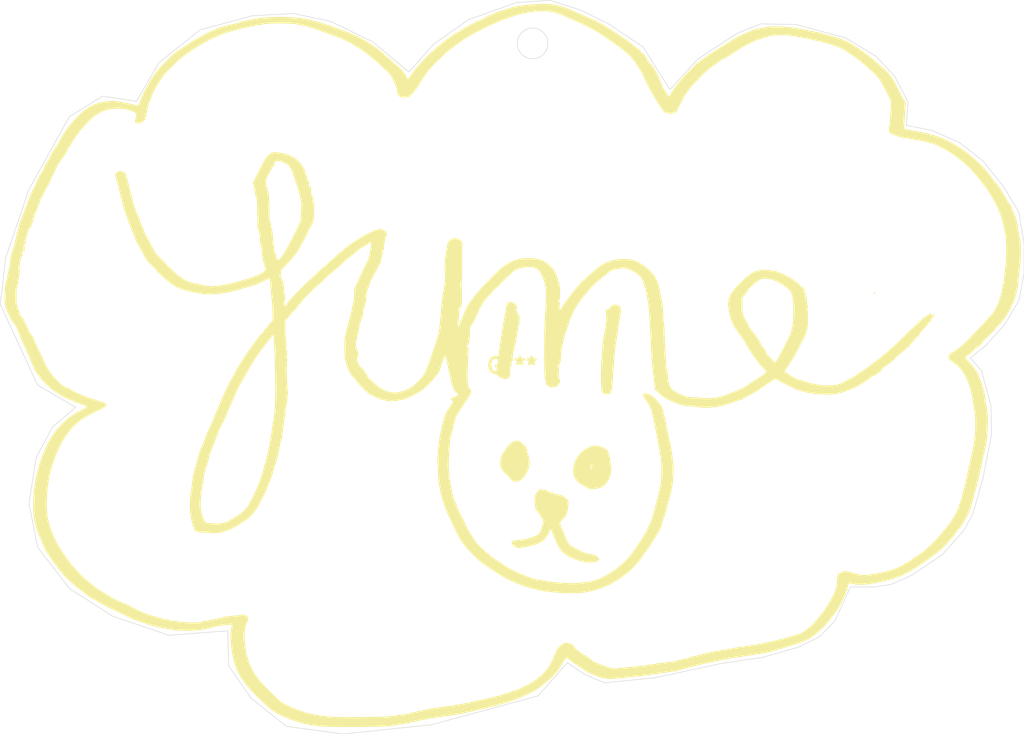
<source format=kicad_pcb>
(kicad_pcb (version 20240108) (generator "pcbnew") (generator_version "8.0")
  (layers (0 "F.Cu" signal) (31 "B.Cu" signal) (34 "B.Paste" user) (35 "F.Paste" user) (36 "B.SilkS" user "B.Silkscreen") (37 "F.SilkS" user "F.Silkscreen") (38 "B.Mask" user) (39 "F.Mask" user) (44 "Edge.Cuts" user))
  (net 0 "")
  (footprint "LOGO" (layer "F.Cu") (at 150 101.5)
    (property "Reference" "G***" (at 0 0 0) (layer "F.SilkS") (effects (font (size 1.5 1.5) (thickness 0.3))))
    (property "Value" "LOGO" (hide yes))
  )
  (gr_circle (center 152 70) (end 153.5 70) (stroke (width 0.05)) (fill none) (layer "Edge.Cuts"))
  (gr_poly (pts (xy 165.43 74.51) (xy 168.13 71.53) (xy 172 69) (xy 174.29 68.09) (xy 177.74 68.15) (xy 182.58 69.46) (xy 185.57 71.28) (xy 187.39 73.24) (xy 188.67 75.74) (xy 188.5 78) (xy 191 78.5) (xy 193.71 79.7) (xy 196 81.5) (xy 198 84) (xy 199.5 86.5) (xy 200 89.5) (xy 200 92.5) (xy 199.51 95.11) (xy 198.12 97.47) (xy 196.25 99.54) (xy 194.75 100.74) (xy 195.84 101.97) (xy 196.78 105.42) (xy 196.81 108.31) (xy 196 112.5) (xy 195 116) (xy 194.12 117.61) (xy 192 120) (xy 189 122) (xy 187.03 122.88) (xy 185.34 123.14) (xy 183.06 123.12) (xy 181.5 126.5) (xy 180 128) (xy 178 129) (xy 174.5 130) (xy 170.15 130.66) (xy 164 132) (xy 159 132.5) (xy 157.01 131.63) (xy 155.4 130.52) (xy 152.54 133.77) (xy 142.16 136.59) (xy 133.5 137.5) (xy 127.96 136.76) (xy 124.5 134) (xy 122.31 130.85) (xy 122.22 127.41) (xy 116.49 127.85) (xy 111 126) (xy 106.74 123.26) (xy 103.65 119.26) (xy 102.81 114.97) (xy 103.5 110.5) (xy 105.13 107.46) (xy 107.37 105.57) (xy 103.65 103.39) (xy 100 95.5) (xy 100.52 91.03) (xy 102.78 84.31) (xy 106.75 77.16) (xy 109.99 75.15) (xy 113.3 75.66) (xy 115.5 71.88) (xy 119.53 68.67) (xy 124.64 67.29) (xy 128.67 67.08) (xy 132.3 67.85) (xy 136.38 69.84) (xy 139.91 72.8) (xy 142.34 70.06) (xy 145.73 67.68) (xy 150.42 66.01) (xy 153.65 65.78) (xy 156.62 66.71) (xy 159.44 68.1) (xy 162.78 70.34) (xy 164.61 73.23)) (stroke (width 0.05)) (fill none) (layer "Edge.Cuts"))
)
</source>
